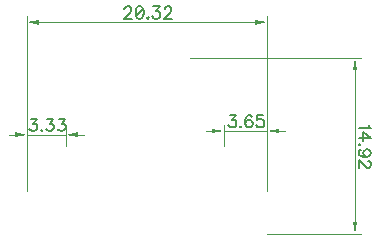
<source format=gbr>
%TF.GenerationSoftware,Novarm,DipTrace,3.2.0.1*%
%TF.CreationDate,2018-02-01T20:33:38-08:00*%
%FSLAX26Y26*%
%MOIN*%
%TF.FileFunction,Drawing,Top*%
%TF.Part,Single*%
%ADD13C,0.001378*%
%ADD29C,0.006176*%
G75*
G01*
%LPD*%
X394016Y537766D2*
D13*
Y744951D1*
X525265Y687766D2*
Y744951D1*
X394016Y725266D2*
X525265D1*
X334961D2*
X354646D1*
G36*
X394016D2*
X354646Y717392D1*
Y733140D1*
X394016Y725266D1*
G37*
X584320D2*
D13*
X564635D1*
G36*
X525265D2*
X564635Y733140D1*
Y717392D1*
X525265Y725266D1*
G37*
X1050265Y687766D2*
D13*
Y757451D1*
X1194016Y537766D2*
Y757451D1*
X1050265Y737766D2*
X1194016D1*
X991210D2*
X1010895D1*
G36*
X1050265D2*
X1010895Y729892D1*
Y745640D1*
X1050265Y737766D1*
G37*
X1253071D2*
D13*
X1233386D1*
G36*
X1194016D2*
X1233386Y745640D1*
Y729892D1*
X1194016Y737766D1*
G37*
X394016Y537766D2*
D13*
Y1119951D1*
X1194016Y537766D2*
Y1119951D1*
X794016Y1100266D2*
X433386D1*
G36*
X394016D2*
X433386Y1108140D1*
Y1092392D1*
X394016Y1100266D1*
G37*
X794016D2*
D13*
X1154646D1*
G36*
X1194016D2*
X1154646Y1092392D1*
Y1108140D1*
X1194016Y1100266D1*
G37*
X937765Y981516D2*
D13*
X1507450D1*
X1194016Y394016D2*
X1507450D1*
X1487765Y687766D2*
Y942146D1*
G36*
Y981516D2*
X1495639Y942146D1*
X1479891D1*
X1487765Y981516D1*
G37*
Y687766D2*
D13*
Y433386D1*
G36*
Y394016D2*
X1479891Y433386D1*
X1495639D1*
X1487765Y394016D1*
G37*
X405933Y777625D2*
D29*
X426935D1*
X415483Y762326D1*
X421231D1*
X425034Y760425D1*
X426935Y758524D1*
X428880Y752776D1*
Y748973D1*
X426935Y743225D1*
X423132Y739378D1*
X417384Y737477D1*
X411636D1*
X405933Y739378D1*
X404031Y741324D1*
X402086Y745126D1*
X443133Y741324D2*
X441232Y739378D1*
X443133Y737477D1*
X445079Y739378D1*
X443133Y741324D1*
X461277Y777625D2*
X482279D1*
X470827Y762326D1*
X476575D1*
X480378Y760425D1*
X482279Y758524D1*
X484225Y752776D1*
Y748973D1*
X482279Y743225D1*
X478477Y739378D1*
X472729Y737477D1*
X466981D1*
X461277Y739378D1*
X459376Y741324D1*
X457430Y745126D1*
X500423Y777625D2*
X521425D1*
X509973Y762326D1*
X515721D1*
X519524Y760425D1*
X521425Y758524D1*
X523371Y752776D1*
Y748973D1*
X521425Y743225D1*
X517623Y739378D1*
X511875Y737477D1*
X506127D1*
X500423Y739378D1*
X498522Y741324D1*
X496576Y745126D1*
X1069405Y790125D2*
X1090408D1*
X1078956Y774826D1*
X1084704D1*
X1088506Y772925D1*
X1090408Y771024D1*
X1092353Y765276D1*
Y761473D1*
X1090408Y755725D1*
X1086605Y751878D1*
X1080857Y749977D1*
X1075109D1*
X1069405Y751878D1*
X1067504Y753824D1*
X1065559Y757626D1*
X1106606Y753824D2*
X1104705Y751878D1*
X1106606Y749977D1*
X1108551Y751878D1*
X1106606Y753824D1*
X1143851Y784421D2*
X1141949Y788224D1*
X1136201Y790125D1*
X1132399D1*
X1126651Y788224D1*
X1122804Y782476D1*
X1120903Y772925D1*
Y763374D1*
X1122804Y755725D1*
X1126651Y751878D1*
X1132399Y749977D1*
X1134300D1*
X1140004Y751878D1*
X1143851Y755725D1*
X1145752Y761473D1*
Y763374D1*
X1143851Y769123D1*
X1140004Y772925D1*
X1134300Y774826D1*
X1132399D1*
X1126651Y772925D1*
X1122804Y769123D1*
X1120903Y763374D1*
X1181051Y790125D2*
X1161950D1*
X1160049Y772925D1*
X1161950Y774826D1*
X1167698Y776772D1*
X1173402D1*
X1179150Y774826D1*
X1182997Y771024D1*
X1184898Y765276D1*
Y761473D1*
X1182997Y755725D1*
X1179150Y751878D1*
X1173402Y749977D1*
X1167698D1*
X1161950Y751878D1*
X1160049Y753824D1*
X1158103Y757626D1*
X718834Y1143074D2*
Y1144976D1*
X720735Y1148822D1*
X722636Y1150724D1*
X726483Y1152625D1*
X734132D1*
X737935Y1150724D1*
X739836Y1148822D1*
X741781Y1144976D1*
Y1141173D1*
X739836Y1137326D1*
X736033Y1131623D1*
X716888Y1112477D1*
X743683D1*
X767530Y1152625D2*
X761782Y1150724D1*
X757935Y1144976D1*
X756034Y1135425D1*
Y1129677D1*
X757935Y1120126D1*
X761782Y1114378D1*
X767530Y1112477D1*
X771333D1*
X777081Y1114378D1*
X780883Y1120126D1*
X782829Y1129677D1*
Y1135425D1*
X780883Y1144976D1*
X777081Y1150724D1*
X771333Y1152625D1*
X767530D1*
X780883Y1144976D2*
X757935Y1120126D1*
X797081Y1116324D2*
X795180Y1114378D1*
X797081Y1112477D1*
X799027Y1114378D1*
X797081Y1116324D1*
X815225Y1152625D2*
X836228D1*
X824776Y1137326D1*
X830524D1*
X834326Y1135425D1*
X836228Y1133524D1*
X838173Y1127776D1*
Y1123973D1*
X836228Y1118225D1*
X832425Y1114378D1*
X826677Y1112477D1*
X820929D1*
X815225Y1114378D1*
X813324Y1116324D1*
X811378Y1120126D1*
X852470Y1143074D2*
Y1144976D1*
X854371Y1148822D1*
X856272Y1150724D1*
X860119Y1152625D1*
X867769D1*
X871571Y1150724D1*
X873472Y1148822D1*
X875418Y1144976D1*
Y1141173D1*
X873472Y1137326D1*
X869670Y1131623D1*
X850524Y1112477D1*
X877319D1*
X1532474Y756293D2*
X1534420Y752447D1*
X1540124Y746699D1*
X1499976D1*
Y715202D2*
X1540124D1*
X1513373Y734347D1*
Y705651D1*
X1503823Y691399D2*
X1501877Y693300D1*
X1499976Y691399D1*
X1501877Y689453D1*
X1503823Y691399D1*
X1526771Y652208D2*
X1521022Y654154D1*
X1517176Y657956D1*
X1515274Y663704D1*
Y665606D1*
X1517176Y671354D1*
X1521022Y675156D1*
X1526771Y677102D1*
X1528672D1*
X1534420Y675156D1*
X1538222Y671354D1*
X1540124Y665606D1*
Y663704D1*
X1538222Y657956D1*
X1534420Y654154D1*
X1526771Y652208D1*
X1517176D1*
X1507625Y654154D1*
X1501877Y657956D1*
X1499976Y663704D1*
Y667507D1*
X1501877Y673255D1*
X1505724Y675156D1*
X1530573Y637912D2*
X1532474D1*
X1536321Y636010D1*
X1538222Y634109D1*
X1540124Y630262D1*
Y622613D1*
X1538222Y618810D1*
X1536321Y616909D1*
X1532474Y614964D1*
X1528672D1*
X1524825Y616909D1*
X1519121Y620712D1*
X1499976Y639857D1*
Y613062D1*
M02*

</source>
